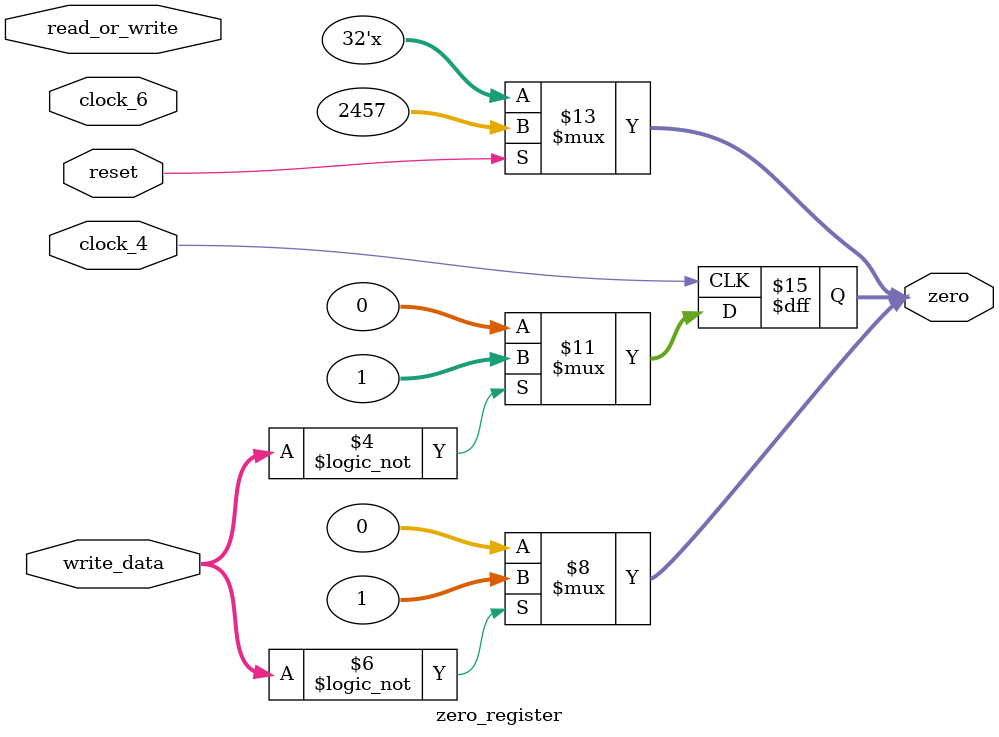
<source format=v>
module zero_register(clock_4, clock_6,reset, read_or_write, write_data, zero);
input wire clock_4;
input wire clock_6;
input wire reset;
input wire [3:0]read_or_write;
input wire [31:0]write_data;
output reg [31:0]zero;

always @(*)begin
	if (reset == 1'b1) begin
		zero <= 32'h0000_0999;//fobOÅ999ÉµÄéB
	end
end
always @(negedge clock_4)begin
	if (write_data == 4'h0) begin
		zero <= 1'b1;
	end else begin
		zero <= 1'b0;
	end
end
always @(clock_6)begin
	if (write_data == 4'h0) begin
		zero <= 1'b1;
	end else begin
		zero <= 1'b0;
	end
end


endmodule

</source>
